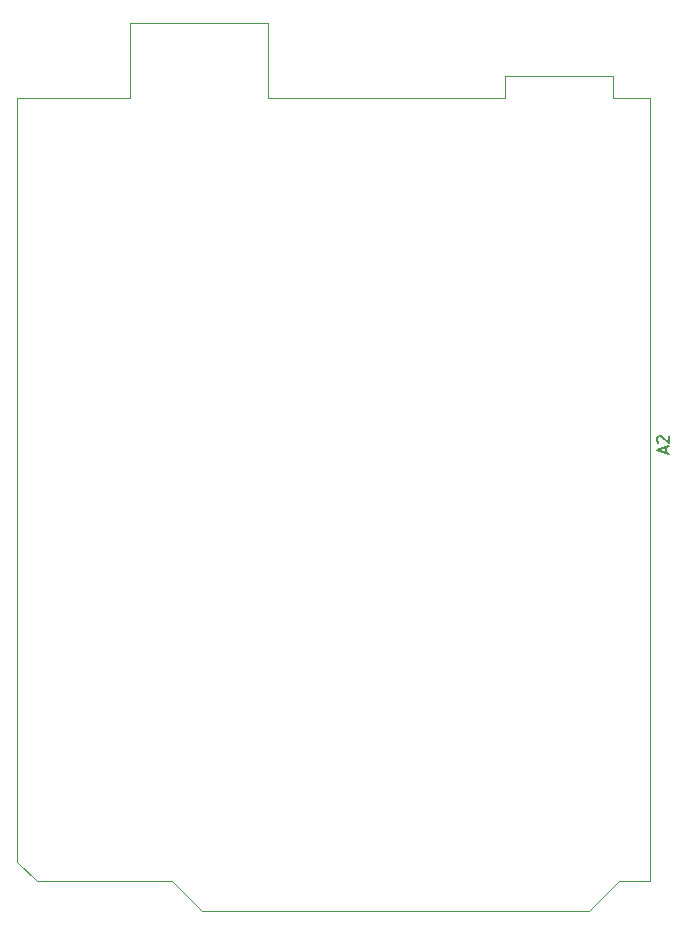
<source format=gbr>
%TF.GenerationSoftware,KiCad,Pcbnew,7.0.9-7.0.9~ubuntu22.04.1*%
%TF.CreationDate,2023-12-08T18:50:30-07:00*%
%TF.ProjectId,ph_meter,70685f6d-6574-4657-922e-6b696361645f,1.3*%
%TF.SameCoordinates,Original*%
%TF.FileFunction,Legend,Top*%
%TF.FilePolarity,Positive*%
%FSLAX46Y46*%
G04 Gerber Fmt 4.6, Leading zero omitted, Abs format (unit mm)*
G04 Created by KiCad (PCBNEW 7.0.9-7.0.9~ubuntu22.04.1) date 2023-12-08 18:50:30*
%MOMM*%
%LPD*%
G01*
G04 APERTURE LIST*
%ADD10C,0.150000*%
%ADD11C,0.120000*%
G04 APERTURE END LIST*
D10*
X158559104Y-99759285D02*
X158559104Y-99283095D01*
X158844819Y-99854523D02*
X157844819Y-99521190D01*
X157844819Y-99521190D02*
X158844819Y-99187857D01*
X157940057Y-98902142D02*
X157892438Y-98854523D01*
X157892438Y-98854523D02*
X157844819Y-98759285D01*
X157844819Y-98759285D02*
X157844819Y-98521190D01*
X157844819Y-98521190D02*
X157892438Y-98425952D01*
X157892438Y-98425952D02*
X157940057Y-98378333D01*
X157940057Y-98378333D02*
X158035295Y-98330714D01*
X158035295Y-98330714D02*
X158130533Y-98330714D01*
X158130533Y-98330714D02*
X158273390Y-98378333D01*
X158273390Y-98378333D02*
X158844819Y-98949761D01*
X158844819Y-98949761D02*
X158844819Y-98330714D01*
D11*
%TO.C,A2*%
X124860000Y-63355000D02*
X113180000Y-63355000D01*
X113180000Y-63355000D02*
X113180000Y-69705000D01*
X154070000Y-67805000D02*
X144930000Y-67805000D01*
X144930000Y-67805000D02*
X144930000Y-69705000D01*
X157250000Y-69705000D02*
X154070000Y-69705000D01*
X154070000Y-69705000D02*
X154070000Y-67805000D01*
X144930000Y-69705000D02*
X124860000Y-69705000D01*
X124860000Y-69705000D02*
X124860000Y-63355000D01*
X113180000Y-69705000D02*
X103650000Y-69705000D01*
X103650000Y-69705000D02*
X103650000Y-134355000D01*
X103650000Y-134355000D02*
X105300000Y-136005000D01*
X157250000Y-136005000D02*
X157250000Y-69705000D01*
X154580000Y-136005000D02*
X157250000Y-136005000D01*
X116730000Y-136005000D02*
X119270000Y-138545000D01*
X105300000Y-136005000D02*
X116730000Y-136005000D01*
X152040000Y-138545000D02*
X154580000Y-136005000D01*
X119270000Y-138545000D02*
X152040000Y-138545000D01*
%TD*%
M02*

</source>
